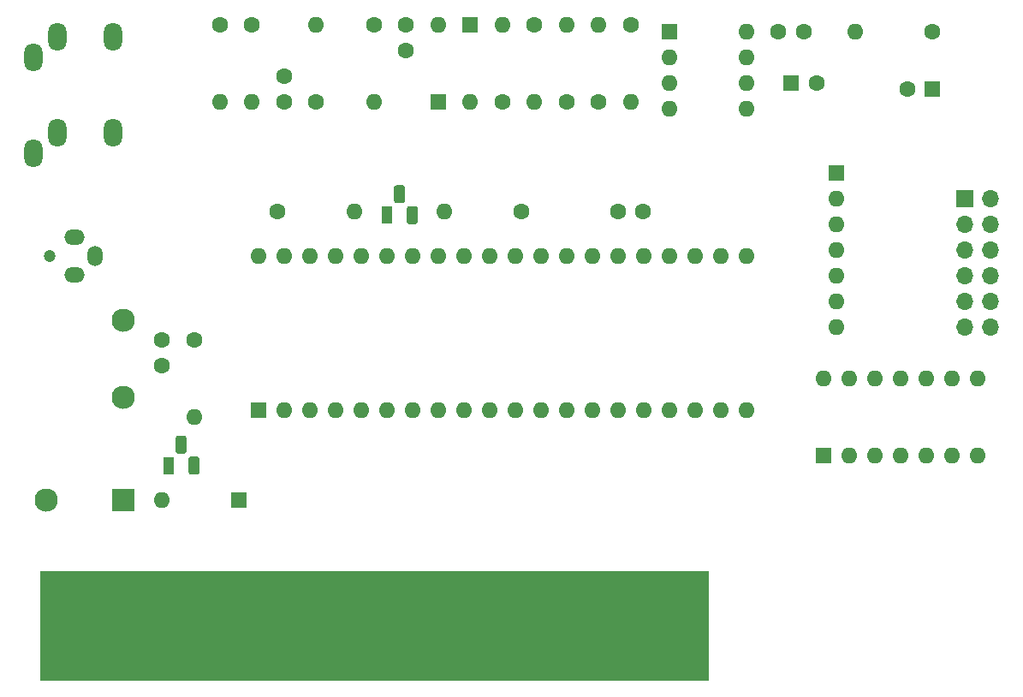
<source format=gts>
G04 #@! TF.GenerationSoftware,KiCad,Pcbnew,(5.1.12)-1*
G04 #@! TF.CreationDate,2024-01-30T16:17:30+00:00*
G04 #@! TF.ProjectId,CPCIO,43504349-4f2e-46b6-9963-61645f706362,rev?*
G04 #@! TF.SameCoordinates,Original*
G04 #@! TF.FileFunction,Soldermask,Top*
G04 #@! TF.FilePolarity,Negative*
%FSLAX46Y46*%
G04 Gerber Fmt 4.6, Leading zero omitted, Abs format (unit mm)*
G04 Created by KiCad (PCBNEW (5.1.12)-1) date 2024-01-30 16:17:30*
%MOMM*%
%LPD*%
G01*
G04 APERTURE LIST*
%ADD10C,0.100000*%
%ADD11C,2.300000*%
%ADD12R,2.300000X2.300000*%
%ADD13R,1.600000X10.000000*%
%ADD14C,1.200000*%
%ADD15O,2.000000X1.500000*%
%ADD16O,1.500000X2.000000*%
%ADD17O,1.600000X1.600000*%
%ADD18R,1.600000X1.600000*%
%ADD19O,1.700000X1.700000*%
%ADD20R,1.700000X1.700000*%
%ADD21C,1.600000*%
%ADD22R,1.100000X1.800000*%
%ADD23O,1.800000X2.800000*%
G04 APERTURE END LIST*
D10*
G36*
X222250000Y-160655000D02*
G01*
X222250000Y-171450000D01*
X156210000Y-171450000D01*
X156210000Y-160655000D01*
X222250000Y-160655000D01*
G37*
X222250000Y-160655000D02*
X222250000Y-171450000D01*
X156210000Y-171450000D01*
X156210000Y-160655000D01*
X222250000Y-160655000D01*
D11*
X156845000Y-153670000D03*
X164465000Y-135890000D03*
X164465000Y-143510000D03*
D12*
X164465000Y-153670000D03*
D13*
X219710000Y-165840000D03*
X217170000Y-165840000D03*
X214630000Y-165840000D03*
X212090000Y-165840000D03*
X209550000Y-165840000D03*
X207010000Y-165840000D03*
X204470000Y-165840000D03*
X201930000Y-165840000D03*
X199390000Y-165840000D03*
X196850000Y-165840000D03*
X194310000Y-165840000D03*
X191770000Y-165840000D03*
X189230000Y-165840000D03*
X186690000Y-165840000D03*
X184150000Y-165840000D03*
X181610000Y-165840000D03*
X179070000Y-165840000D03*
X176530000Y-165840000D03*
X173990000Y-165840000D03*
X171450000Y-165840000D03*
X168910000Y-165840000D03*
X166370000Y-165840000D03*
X163830000Y-165840000D03*
X161290000Y-165840000D03*
X158750000Y-165840000D03*
D14*
X157170000Y-129540000D03*
D15*
X159670000Y-127690000D03*
X159670000Y-131390000D03*
D16*
X161670000Y-129540000D03*
D17*
X234950000Y-136525000D03*
X234950000Y-133985000D03*
X234950000Y-131445000D03*
X234950000Y-128905000D03*
X234950000Y-126365000D03*
X234950000Y-123825000D03*
D18*
X234950000Y-121285000D03*
D19*
X250190000Y-136525000D03*
X247650000Y-136525000D03*
X250190000Y-133985000D03*
X247650000Y-133985000D03*
X250190000Y-131445000D03*
X247650000Y-131445000D03*
X250190000Y-128905000D03*
X247650000Y-128905000D03*
X250190000Y-126365000D03*
X247650000Y-126365000D03*
X250190000Y-123825000D03*
D20*
X247650000Y-123825000D03*
D17*
X171450000Y-145415000D03*
D21*
X171450000Y-137795000D03*
D17*
X177800000Y-129540000D03*
X226060000Y-144780000D03*
X180340000Y-129540000D03*
X223520000Y-144780000D03*
X182880000Y-129540000D03*
X220980000Y-144780000D03*
X185420000Y-129540000D03*
X218440000Y-144780000D03*
X187960000Y-129540000D03*
X215900000Y-144780000D03*
X190500000Y-129540000D03*
X213360000Y-144780000D03*
X193040000Y-129540000D03*
X210820000Y-144780000D03*
X195580000Y-129540000D03*
X208280000Y-144780000D03*
X198120000Y-129540000D03*
X205740000Y-144780000D03*
X200660000Y-129540000D03*
X203200000Y-144780000D03*
X203200000Y-129540000D03*
X200660000Y-144780000D03*
X205740000Y-129540000D03*
X198120000Y-144780000D03*
X208280000Y-129540000D03*
X195580000Y-144780000D03*
X210820000Y-129540000D03*
X193040000Y-144780000D03*
X213360000Y-129540000D03*
X190500000Y-144780000D03*
X215900000Y-129540000D03*
X187960000Y-144780000D03*
X218440000Y-129540000D03*
X185420000Y-144780000D03*
X220980000Y-129540000D03*
X182880000Y-144780000D03*
X223520000Y-129540000D03*
X180340000Y-144780000D03*
X226060000Y-129540000D03*
D18*
X177800000Y-144780000D03*
D17*
X183515000Y-106680000D03*
D21*
X183515000Y-114300000D03*
D17*
X233680000Y-141605000D03*
X248920000Y-149225000D03*
X236220000Y-141605000D03*
X246380000Y-149225000D03*
X238760000Y-141605000D03*
X243840000Y-149225000D03*
X241300000Y-141605000D03*
X241300000Y-149225000D03*
X243840000Y-141605000D03*
X238760000Y-149225000D03*
X246380000Y-141605000D03*
X236220000Y-149225000D03*
X248920000Y-141605000D03*
D18*
X233680000Y-149225000D03*
D21*
X231735000Y-107315000D03*
X229235000Y-107315000D03*
X168275000Y-140335000D03*
X168275000Y-137835000D03*
X180340000Y-114260000D03*
X180340000Y-111760000D03*
X192405000Y-106680000D03*
X192405000Y-109180000D03*
D22*
X190500000Y-125495000D03*
G36*
G01*
X192490000Y-126120000D02*
X192490000Y-124870000D01*
G75*
G02*
X192765000Y-124595000I275000J0D01*
G01*
X193315000Y-124595000D01*
G75*
G02*
X193590000Y-124870000I0J-275000D01*
G01*
X193590000Y-126120000D01*
G75*
G02*
X193315000Y-126395000I-275000J0D01*
G01*
X192765000Y-126395000D01*
G75*
G02*
X192490000Y-126120000I0J275000D01*
G01*
G37*
G36*
G01*
X191220000Y-124050000D02*
X191220000Y-122800000D01*
G75*
G02*
X191495000Y-122525000I275000J0D01*
G01*
X192045000Y-122525000D01*
G75*
G02*
X192320000Y-122800000I0J-275000D01*
G01*
X192320000Y-124050000D01*
G75*
G02*
X192045000Y-124325000I-275000J0D01*
G01*
X191495000Y-124325000D01*
G75*
G02*
X191220000Y-124050000I0J275000D01*
G01*
G37*
X168910000Y-150260000D03*
G36*
G01*
X170900000Y-150885000D02*
X170900000Y-149635000D01*
G75*
G02*
X171175000Y-149360000I275000J0D01*
G01*
X171725000Y-149360000D01*
G75*
G02*
X172000000Y-149635000I0J-275000D01*
G01*
X172000000Y-150885000D01*
G75*
G02*
X171725000Y-151160000I-275000J0D01*
G01*
X171175000Y-151160000D01*
G75*
G02*
X170900000Y-150885000I0J275000D01*
G01*
G37*
G36*
G01*
X169630000Y-148815000D02*
X169630000Y-147565000D01*
G75*
G02*
X169905000Y-147290000I275000J0D01*
G01*
X170455000Y-147290000D01*
G75*
G02*
X170730000Y-147565000I0J-275000D01*
G01*
X170730000Y-148815000D01*
G75*
G02*
X170455000Y-149090000I-275000J0D01*
G01*
X169905000Y-149090000D01*
G75*
G02*
X169630000Y-148815000I0J275000D01*
G01*
G37*
D17*
X196215000Y-125095000D03*
D21*
X203835000Y-125095000D03*
D17*
X177165000Y-114300000D03*
D21*
X177165000Y-106680000D03*
D17*
X173990000Y-114300000D03*
D21*
X173990000Y-106680000D03*
D17*
X214630000Y-114300000D03*
D21*
X214630000Y-106680000D03*
D17*
X205105000Y-114300000D03*
D21*
X205105000Y-106680000D03*
D17*
X189230000Y-114300000D03*
D21*
X189230000Y-106680000D03*
D17*
X208280000Y-106680000D03*
D21*
X208280000Y-114300000D03*
D17*
X201930000Y-106680000D03*
D21*
X201930000Y-114300000D03*
D17*
X236855000Y-107315000D03*
D21*
X244475000Y-107315000D03*
D17*
X211455000Y-106680000D03*
D21*
X211455000Y-114300000D03*
D23*
X163475000Y-107855000D03*
X157975000Y-107855000D03*
X155575000Y-109855000D03*
X163475000Y-117380000D03*
X157975000Y-117380000D03*
X155575000Y-119380000D03*
D17*
X226060000Y-107315000D03*
X218440000Y-114935000D03*
X226060000Y-109855000D03*
X218440000Y-112395000D03*
X226060000Y-112395000D03*
X218440000Y-109855000D03*
X226060000Y-114935000D03*
D18*
X218440000Y-107315000D03*
D17*
X168275000Y-153670000D03*
D18*
X175895000Y-153670000D03*
D17*
X195580000Y-106680000D03*
D18*
X195580000Y-114300000D03*
D17*
X198755000Y-114300000D03*
D18*
X198755000Y-106680000D03*
D21*
X241975000Y-113030000D03*
D18*
X244475000Y-113030000D03*
D21*
X233005000Y-112395000D03*
D18*
X230505000Y-112395000D03*
D21*
X215860000Y-125095000D03*
X213360000Y-125095000D03*
D17*
X187325000Y-125095000D03*
D21*
X179705000Y-125095000D03*
M02*

</source>
